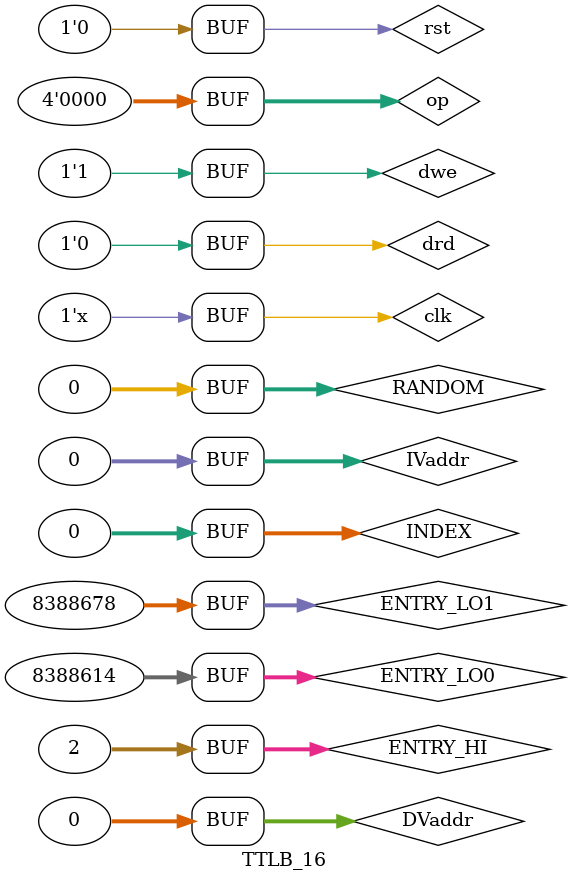
<source format=v>
`timescale 1ns / 1ps


module TTLB_16;

	// Inputs
	reg clk;
	reg rst;
	reg [31:0] IVaddr;
	reg dwe;
	reg drd;
	reg [31:0] DVaddr;
	reg [3:0] op;
	reg [31:0] INDEX;
	reg [31:0] RANDOM;
	reg [31:0] ENTRY_HI;
	reg [31:0] ENTRY_LO0;
	reg [31:0] ENTRY_LO1;

	// Outputs
	wire [31:0] IPaddr;
	wire ITLB_Refill;
	wire ITLB_Invalid;
	wire [31:0] DPaddr;
	wire DTLB_Refill;
	wire DTLB_Invalid;
	wire DTLB_Modified;
	wire INDEX_P;
	wire [3:0] INDEX_INDEX;
	wire [18:0] ENTRY_HI_VPN2;
	wire [7:0] ENTRY_HI_ASID;
	wire [19:0] ENTRY_LO0_PFN;
	wire [1:0] ENTRY_LO0_DV;
	wire [19:0] ENTRY_LO1_PFN;
	wire [1:0] ENTRY_LO1_DV;
	wire ENTRY_LO_G;

	// Instantiate the Unit Under Test (UUT)
	TLB_16 uut (
		.clk(clk), 
		.rst(rst), 
		.IVaddr(IVaddr), 
		.IPaddr(IPaddr), 
		.ITLB_Refill(ITLB_Refill), 
		.ITLB_Invalid(ITLB_Invalid), 
		.dwe(dwe), 
		.drd(drd), 
		.DVaddr(DVaddr), 
		.DPaddr(DPaddr), 
		.DTLB_Refill(DTLB_Refill), 
		.DTLB_Invalid(DTLB_Invalid), 
		.DTLB_Modified(DTLB_Modified), 
		.op(op), 
		.INDEX(INDEX), 
		.RANDOM(RANDOM), 
		.ENTRY_HI(ENTRY_HI), 
		.ENTRY_LO0(ENTRY_LO0), 
		.ENTRY_LO1(ENTRY_LO1), 
		.INDEX_P(INDEX_P), 
		.INDEX_INDEX(INDEX_INDEX), 
		.ENTRY_HI_VPN2(ENTRY_HI_VPN2), 
		.ENTRY_HI_ASID(ENTRY_HI_ASID), 
		.ENTRY_LO0_PFN(ENTRY_LO0_PFN), 
		.ENTRY_LO0_DV(ENTRY_LO0_DV), 
		.ENTRY_LO1_PFN(ENTRY_LO1_PFN), 
		.ENTRY_LO1_DV(ENTRY_LO1_DV), 
		.ENTRY_LO_G(ENTRY_LO_G)
	);

	initial begin
		// Initialize Inputs
		clk = 1;
		rst = 1;
		IVaddr = 0;
		dwe = 0;
		drd = 0;
		DVaddr = 0;
		op = 0;
		INDEX = 0;
		RANDOM = 0;
		ENTRY_HI = 0;
		ENTRY_LO0 = 0;
		ENTRY_LO1 = 0;

		// Wait 100 ns for global reset to finish
		#11
		rst = 0;
		op = 4'b0100;
		INDEX = 32'b0;
		ENTRY_HI = 32'b0000_0000_0000_0000_0000_0000_0000_0010;
		ENTRY_LO0 = 32'b0000_0000_1000_0000_0000_0000_0000_0110;
		ENTRY_LO1 = 32'b0000_0000_1000_0000_0000_0000_0100_0110;
		#10
		op = 0;
		dwe = 1;
		DVaddr = 32'b0;
		/*
		#11;
      rst = 0;
		op = 4'b0100;
		INDEX = 32'b0;
		ENTRY_HI = 32'b0000_0000_0000_0000_0100_0000_0000_0000;
		ENTRY_LO0 = 32'b0000_0011_1111_1111_1111_1111_1100_0010;
		ENTRY_LO1 = 32'b0000_0011_1111_1111_1111_1111_1000_0110;
		#10
		op = 4'b1000;
		RANDOM = 32'b1;
		ENTRY_HI = 32'b0000_0000_0000_0000_0010_0000_1111_1111;
		ENTRY_LO0 = 32'b0000_0011_1111_1111_1111_1111_0100_0111;
		ENTRY_LO1 = 32'b0000_0011_1111_1111_1111_1111_0000_0101;
		#10
		op = 0;
		drd = 1;
		IVaddr = 32'b0000_0000_0000_0000_0100_0000_0000_0100;//ITLB_Refill
		DVaddr = 32'b0000_0000_0000_0000_0011_0000_0000_0100;//DTLB_Invalid
		#10
		drd = 1;
		IVaddr = 32'b0000_0000_0000_0000_0011_0000_0000_0100;//ITLB_Invalid
		DVaddr = 32'b0000_0000_0000_0000_0100_0000_0000_0100;//DTLB_Refill
		#10
		drd = 1;
		ENTRY_HI = 32'b0;
		IVaddr = 32'b0000_0000_0000_0000_0100_0000_0000_0100;//OK
		DVaddr = 32'b0000_0000_0000_0000_0010_0000_0000_0100;//OK
		#10
		drd = 0;
		dwe = 1;
		IVaddr = 32'b0000_0000_0000_0000_0110_0000_0000_0100;//ITLB_Refill
		DVaddr = 32'b0000_0000_0000_0000_0100_0000_0000_0100;//DTLB_Modified
		#10
		dwe = 0;
		op = 4'b0010;
		INDEX = 1;
		#10
		op = 4'b0001;
		ENTRY_HI = 32'b0000_0000_0000_0000_0010_0000_0000_0000;//INDEX = 1
		#10
		ENTRY_HI = 32'b0000_0000_0000_0000_0100_0000_0000_0001;//INDEX = 32'b1000...0
		#10
		op = 0;
		drd =0;
		dwe = 0;
		*/
		// Add stimulus here

	end
	always @*
		#5
		clk <= ~clk;
      
endmodule


</source>
